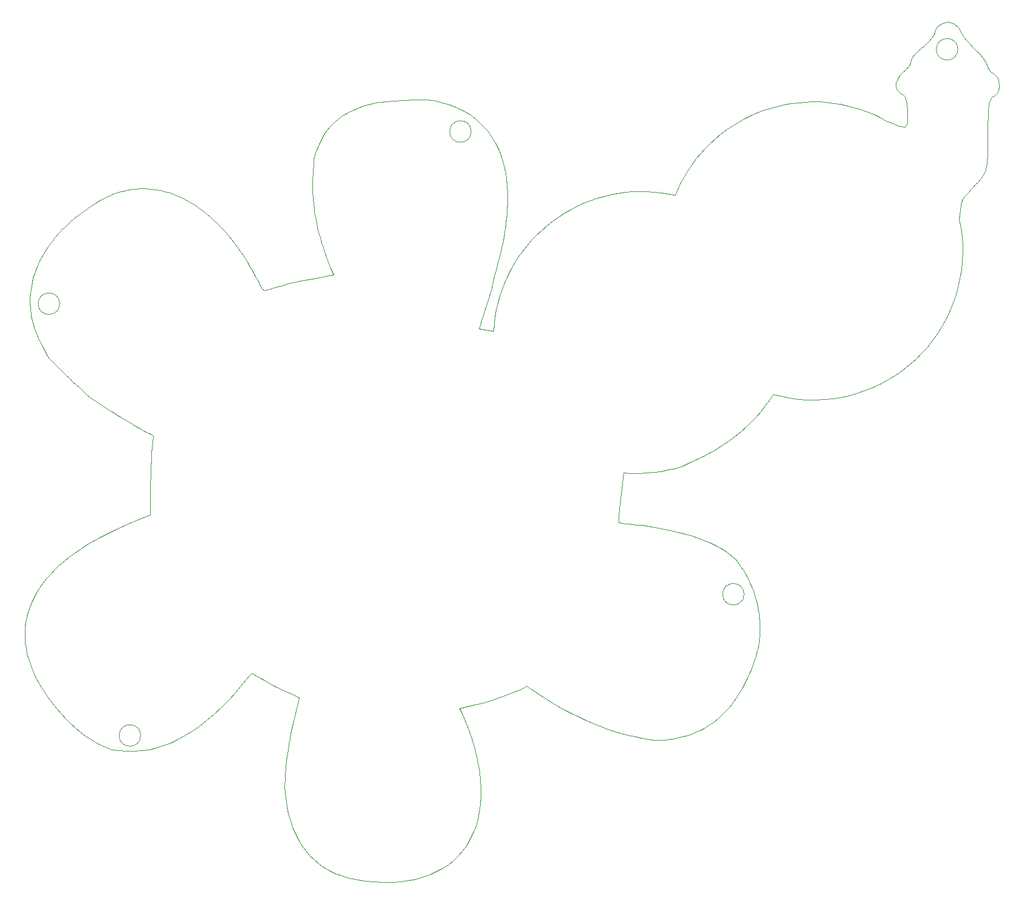
<source format=gbr>
%TF.GenerationSoftware,KiCad,Pcbnew,7.0.9*%
%TF.CreationDate,2024-02-12T09:09:14-06:00*%
%TF.ProjectId,bsidesPR,62736964-6573-4505-922e-6b696361645f,rev?*%
%TF.SameCoordinates,Original*%
%TF.FileFunction,Profile,NP*%
%FSLAX46Y46*%
G04 Gerber Fmt 4.6, Leading zero omitted, Abs format (unit mm)*
G04 Created by KiCad (PCBNEW 7.0.9) date 2024-02-12 09:09:14*
%MOMM*%
%LPD*%
G01*
G04 APERTURE LIST*
%TA.AperFunction,Profile*%
%ADD10C,0.100000*%
%TD*%
G04 APERTURE END LIST*
D10*
X141216172Y-49785901D02*
G75*
G03*
X141216172Y-49785901I-1500000J0D01*
G01*
X83888372Y-73787501D02*
G75*
G03*
X83888372Y-73787501I-1500000J0D01*
G01*
X209018000Y-38330000D02*
G75*
G03*
X209018000Y-38330000I-1500000J0D01*
G01*
X208021970Y-34570173D02*
X208479278Y-34746723D01*
X209081367Y-35277964D01*
X209315597Y-35698040D01*
X209524504Y-36092953D01*
X209855657Y-36584280D01*
X210277365Y-37129460D01*
X210593025Y-37501618D01*
X211094858Y-38041134D01*
X211607857Y-38533478D01*
X211939043Y-38868128D01*
X212244064Y-39205592D01*
X212516386Y-39537292D01*
X212894915Y-40078335D01*
X213162990Y-40747363D01*
X213284099Y-41138207D01*
X213588928Y-41476859D01*
X214022781Y-41700750D01*
X214549815Y-42287439D01*
X214699026Y-42706736D01*
X214765772Y-43357384D01*
X214645721Y-44061343D01*
X214458283Y-44458358D01*
X214174474Y-44778968D01*
X213747848Y-45009642D01*
X213457005Y-45473126D01*
X213347481Y-45931083D01*
X213249091Y-46768353D01*
X213221358Y-47194058D01*
X213199552Y-47676228D01*
X213172075Y-48821188D01*
X213163663Y-50226866D01*
X213160619Y-51933589D01*
X213151967Y-52633614D01*
X213134376Y-53246043D01*
X213104623Y-53781591D01*
X213059698Y-54251248D01*
X212911129Y-55036055D01*
X212736027Y-55527076D01*
X212496679Y-55967704D01*
X212185457Y-56392188D01*
X211795087Y-56834512D01*
X211487102Y-57156410D01*
X211138309Y-57511510D01*
X210792496Y-57863387D01*
X210492473Y-58175010D01*
X209921618Y-58839325D01*
X209685418Y-59206430D01*
X209515412Y-59588795D01*
X209400344Y-60020707D01*
X209316109Y-60740028D01*
X209234038Y-61311898D01*
X209193207Y-62003478D01*
X209410790Y-63177754D01*
X209560072Y-64357712D01*
X209641463Y-65540382D01*
X209655233Y-66723002D01*
X209601825Y-67902618D01*
X209481638Y-69076422D01*
X209294977Y-70241506D01*
X209042330Y-71394994D01*
X208723922Y-72534035D01*
X208340274Y-73655748D01*
X207891706Y-74757266D01*
X207378546Y-75835757D01*
X206804335Y-76882977D01*
X206173623Y-77891373D01*
X205488518Y-78858985D01*
X204751158Y-79783783D01*
X203963674Y-80663817D01*
X203128101Y-81497083D01*
X202246578Y-82281587D01*
X201321203Y-83015386D01*
X200354115Y-83696421D01*
X199347382Y-84322787D01*
X198303174Y-84892452D01*
X197223501Y-85403449D01*
X196116248Y-85851604D01*
X194989808Y-86233971D01*
X193847090Y-86550376D01*
X192690970Y-86800547D01*
X191524276Y-86984321D01*
X190349916Y-87101523D01*
X189170837Y-87151884D01*
X187989859Y-87135233D01*
X186809939Y-87051331D01*
X185633848Y-86900014D01*
X184464638Y-86681073D01*
X183305065Y-86394276D01*
X182767825Y-87135910D01*
X182190354Y-87937265D01*
X181573862Y-88744660D01*
X180919686Y-89556801D01*
X180228982Y-90250586D01*
X179503053Y-90909780D01*
X178743207Y-91601867D01*
X177950668Y-92283988D01*
X177126654Y-92850805D01*
X176272528Y-93415518D01*
X175389546Y-94008855D01*
X174478823Y-94507744D01*
X173545109Y-95007922D01*
X172593210Y-95457636D01*
X171624833Y-95927765D01*
X170641740Y-96408514D01*
X169645589Y-96697654D01*
X168638182Y-96886273D01*
X167621171Y-97148757D01*
X166596301Y-97278646D01*
X165565287Y-97359900D01*
X164529899Y-97392147D01*
X163491803Y-97375092D01*
X162452682Y-97308350D01*
X161944977Y-101665655D01*
X161866166Y-102258515D01*
X161801863Y-102759811D01*
X161757915Y-103175984D01*
X161771310Y-103870045D01*
X161790808Y-104306909D01*
X162259788Y-104378799D01*
X162710551Y-104410610D01*
X163117063Y-104463618D01*
X163609474Y-104516145D01*
X164192737Y-104575497D01*
X164871674Y-104649189D01*
X166394828Y-104846489D01*
X167691643Y-105117416D01*
X168934985Y-105387431D01*
X170078792Y-105653952D01*
X171092647Y-105913079D01*
X171967658Y-106161657D01*
X172716553Y-106399996D01*
X173366283Y-106631622D01*
X173946974Y-106861886D01*
X174482821Y-107095747D01*
X174989276Y-107336730D01*
X175473620Y-107586597D01*
X175938523Y-107846029D01*
X176384039Y-108115434D01*
X176808791Y-108394741D01*
X177210456Y-108684077D01*
X177586814Y-108983459D01*
X177936625Y-109293015D01*
X178226914Y-109671240D01*
X178515073Y-110057676D01*
X178798409Y-110459678D01*
X179075209Y-110881690D01*
X179342844Y-111326421D01*
X179599087Y-111790346D01*
X179841536Y-112271222D01*
X180066714Y-112756176D01*
X180273274Y-113242724D01*
X180457219Y-113712889D01*
X180619728Y-114167891D01*
X180758532Y-114595535D01*
X180876580Y-114996038D01*
X180975338Y-115374367D01*
X181057065Y-115720580D01*
X181126687Y-116059168D01*
X181184069Y-116369404D01*
X181235138Y-116684960D01*
X181278109Y-116984342D01*
X181317314Y-117295692D01*
X181350511Y-117605521D01*
X181379406Y-117929416D01*
X181402229Y-118262099D01*
X181418339Y-118608994D01*
X181426133Y-118968633D01*
X181424066Y-119341843D01*
X181410536Y-119728079D01*
X181383612Y-120127092D01*
X181341995Y-120538386D01*
X181284109Y-120962297D01*
X181209399Y-121398040D01*
X181116345Y-121846769D01*
X181006092Y-122307033D01*
X180877902Y-122780251D01*
X180734724Y-123263538D01*
X180577743Y-123757168D01*
X180411774Y-124256941D01*
X180240517Y-124760785D01*
X179991596Y-125309689D01*
X179738268Y-125843477D01*
X179480463Y-126361219D01*
X179216657Y-126863572D01*
X178945593Y-127351306D01*
X178666599Y-127824588D01*
X178379457Y-128283258D01*
X178084009Y-128727140D01*
X177779844Y-129156746D01*
X177465610Y-129573528D01*
X177138318Y-129980616D01*
X176792753Y-130382553D01*
X176421818Y-130783841D01*
X176017919Y-131186515D01*
X175577121Y-131587267D01*
X175102341Y-131976579D01*
X174604201Y-132341449D01*
X174097546Y-132670568D01*
X173595129Y-132958831D01*
X173103294Y-133208425D01*
X172621016Y-133426040D01*
X172142583Y-133618974D01*
X171659055Y-133792874D01*
X171157319Y-133951753D01*
X170617563Y-134099241D01*
X170015851Y-134239776D01*
X169336073Y-134377803D01*
X168586192Y-134516167D01*
X168190535Y-134561644D01*
X167392060Y-134604206D01*
X166550487Y-134554082D01*
X166060823Y-134494193D01*
X164978018Y-134303366D01*
X163961760Y-134107180D01*
X163018449Y-133899563D01*
X162129804Y-133673704D01*
X161270182Y-133423701D01*
X160419316Y-133145892D01*
X159565903Y-132838435D01*
X158705640Y-132501042D01*
X157837647Y-132134409D01*
X156962428Y-131740418D01*
X156081169Y-131322644D01*
X155195512Y-130887101D01*
X154307475Y-130441929D01*
X153404410Y-129925277D01*
X152496403Y-129379753D01*
X151584086Y-128805718D01*
X148905357Y-127081564D01*
X148390835Y-127357474D01*
X147830427Y-127630204D01*
X147112325Y-127935178D01*
X146274341Y-128259554D01*
X145354597Y-128590130D01*
X144390834Y-128913929D01*
X143421239Y-129217957D01*
X142483688Y-129489157D01*
X141616067Y-129714471D01*
X139618678Y-130196164D01*
X139983513Y-131022413D01*
X140570033Y-132426533D01*
X141079027Y-133802198D01*
X141511581Y-135147823D01*
X141868413Y-136461805D01*
X142150532Y-137742646D01*
X142358822Y-138988801D01*
X142494134Y-140198641D01*
X142557380Y-141370663D01*
X142549377Y-142503271D01*
X142471211Y-143594991D01*
X142323623Y-144644110D01*
X142107498Y-145649185D01*
X141823781Y-146608574D01*
X141473398Y-147520852D01*
X141057185Y-148384271D01*
X140576033Y-149197429D01*
X140031094Y-149957989D01*
X139423650Y-150663882D01*
X138754823Y-151313475D01*
X138025734Y-151905494D01*
X137237537Y-152438256D01*
X136391349Y-152910425D01*
X135488221Y-153320597D01*
X134529440Y-153667155D01*
X133515962Y-153948657D01*
X132449003Y-154163733D01*
X131329681Y-154310780D01*
X130159117Y-154388437D01*
X128938398Y-154395223D01*
X127668740Y-154329638D01*
X126351301Y-154190185D01*
X124987031Y-153975381D01*
X124045987Y-153768989D01*
X123147813Y-153501354D01*
X122293382Y-153173245D01*
X121483379Y-152785664D01*
X120718714Y-152339507D01*
X120000108Y-151835631D01*
X119328501Y-151274919D01*
X118704543Y-150658387D01*
X118129110Y-149986780D01*
X117603025Y-149261052D01*
X117127059Y-148482147D01*
X116702031Y-147650876D01*
X116328757Y-146768263D01*
X116008010Y-145835053D01*
X115740539Y-144852337D01*
X115527334Y-143819288D01*
X115192784Y-141315011D01*
X115383847Y-138188499D01*
X115457707Y-137505501D01*
X115553105Y-136761316D01*
X115666070Y-135979495D01*
X115792766Y-135183632D01*
X115929199Y-134397197D01*
X116071528Y-133643800D01*
X116215964Y-132946959D01*
X116358361Y-132330226D01*
X117164498Y-129045644D01*
X117262675Y-128641952D01*
X115750272Y-127987200D01*
X115378115Y-127822489D01*
X114962584Y-127627080D01*
X114517380Y-127409769D01*
X114056167Y-127177334D01*
X113592650Y-126937024D01*
X113140425Y-126695633D01*
X112713261Y-126460345D01*
X112324723Y-126238156D01*
X111971928Y-126032710D01*
X111067918Y-125516393D01*
X110592361Y-125302880D01*
X110299220Y-125631798D01*
X109882739Y-126123393D01*
X109387141Y-126724528D01*
X108399705Y-127891975D01*
X107403657Y-128985282D01*
X106400080Y-130003815D01*
X105390126Y-130946654D01*
X104374883Y-131813189D01*
X103355537Y-132602676D01*
X102333138Y-133314305D01*
X101308807Y-133947243D01*
X100283592Y-134500906D01*
X99258821Y-134974356D01*
X98235371Y-135366969D01*
X97214564Y-135677942D01*
X96197423Y-135906516D01*
X95184994Y-136051937D01*
X94178535Y-136113485D01*
X93179061Y-136090326D01*
X91123886Y-135945617D01*
X89388677Y-135147143D01*
X88741623Y-134817984D01*
X88080395Y-134420942D01*
X87409704Y-133961286D01*
X86734673Y-133444658D01*
X86060014Y-132876487D01*
X85390612Y-132262398D01*
X84731520Y-131607846D01*
X84087518Y-130918335D01*
X83463458Y-130199352D01*
X82864424Y-129456433D01*
X82295200Y-128694992D01*
X81760635Y-127920734D01*
X81265782Y-127138938D01*
X80815388Y-126355219D01*
X80414370Y-125575025D01*
X80067648Y-124804019D01*
X79773320Y-124040271D01*
X79527283Y-123281482D01*
X79329301Y-122527972D01*
X79179238Y-121779998D01*
X79077025Y-121037984D01*
X79022460Y-120302154D01*
X79015338Y-119572821D01*
X79055660Y-118850417D01*
X79143121Y-118135095D01*
X79277652Y-117427303D01*
X79459187Y-116727250D01*
X79687521Y-116035431D01*
X79962349Y-115351952D01*
X80283875Y-114677261D01*
X80651556Y-114011695D01*
X81065562Y-113355549D01*
X81525315Y-112709040D01*
X82030512Y-112072297D01*
X82580847Y-111445519D01*
X83176251Y-110828850D01*
X83816488Y-110222492D01*
X84501456Y-109626716D01*
X85230951Y-109041586D01*
X86004838Y-108467311D01*
X86822879Y-107904124D01*
X87685074Y-107352127D01*
X88590983Y-106811562D01*
X89540674Y-106282525D01*
X90533907Y-105765215D01*
X91570550Y-105260018D01*
X92650328Y-104766829D01*
X93773177Y-104285945D01*
X96493989Y-103157366D01*
X96508062Y-99590609D01*
X96514982Y-98808985D01*
X96529631Y-98005055D01*
X96578059Y-96420382D01*
X96610309Y-95684544D01*
X96646800Y-95016570D01*
X96686817Y-94438866D01*
X96731004Y-93973956D01*
X96925901Y-92192151D01*
X96617939Y-92032391D01*
X96284815Y-91859332D01*
X95900925Y-91659589D01*
X95574548Y-91485617D01*
X95305894Y-91337484D01*
X95038457Y-91188879D01*
X94723646Y-91008734D01*
X94361357Y-90796987D01*
X93991675Y-90580217D01*
X93594355Y-90343777D01*
X93169565Y-90087669D01*
X92741249Y-89828846D01*
X92524750Y-89697268D01*
X92303301Y-89561003D01*
X91855009Y-89283667D01*
X91379316Y-88988422D01*
X91074035Y-88797460D01*
X90633746Y-88519446D01*
X89618470Y-87876462D01*
X88580776Y-87205024D01*
X88071950Y-86840293D01*
X87583608Y-86417608D01*
X86627780Y-85514647D01*
X85675920Y-84599787D01*
X85199887Y-84140644D01*
X84723890Y-83678449D01*
X83772300Y-82751412D01*
X82847231Y-81835702D01*
X82452419Y-81408266D01*
X82193462Y-81042078D01*
X81811301Y-80371116D01*
X81466748Y-79731725D01*
X81234616Y-79292421D01*
X81114124Y-79052828D01*
X81005163Y-78833026D01*
X80903663Y-78615815D01*
X80628529Y-77970116D01*
X80466087Y-77537917D01*
X80321857Y-77104341D01*
X80220967Y-76778648D01*
X80134184Y-76452137D01*
X80051878Y-76125422D01*
X79983578Y-75798062D01*
X79919754Y-75470566D01*
X79869869Y-75142633D01*
X79812964Y-74705260D01*
X79773794Y-74267718D01*
X79752260Y-73830281D01*
X79743273Y-73502292D01*
X79753074Y-72956148D01*
X79796855Y-72301936D01*
X79876414Y-71649628D01*
X79950683Y-71216240D01*
X80037805Y-70783922D01*
X80169759Y-70245612D01*
X80263459Y-69924188D01*
X80361399Y-69603220D01*
X80472565Y-69283879D01*
X80587935Y-68965151D01*
X80716465Y-68648289D01*
X80896812Y-68227266D01*
X81093845Y-67808935D01*
X81417710Y-67186419D01*
X81775455Y-66570443D01*
X81902187Y-66366663D01*
X82034073Y-66163984D01*
X82234633Y-65860533D01*
X82447774Y-65560033D01*
X82591733Y-65360134D01*
X82740711Y-65161425D01*
X82894742Y-64964019D01*
X83049723Y-64766833D01*
X83209689Y-64571006D01*
X83374674Y-64376482D01*
X83624814Y-64085409D01*
X83887400Y-63797915D01*
X84064220Y-63606732D01*
X84245958Y-63417043D01*
X84432648Y-63228843D01*
X84620252Y-63040935D01*
X84812774Y-62854550D01*
X85010180Y-62669793D01*
X85208535Y-62485377D01*
X85411739Y-62302553D01*
X85619828Y-62121392D01*
X85934537Y-61850634D01*
X86261286Y-61584147D01*
X86480870Y-61407157D01*
X86705203Y-61231931D01*
X86934350Y-61058536D01*
X87164413Y-60885514D01*
X87399191Y-60714355D01*
X87638750Y-60545098D01*
X87879191Y-60376213D01*
X88124277Y-60209397D01*
X88373943Y-60044615D01*
X88748440Y-59800953D01*
X89118257Y-59577468D01*
X89487634Y-59360427D01*
X89859181Y-59163632D01*
X90107150Y-59035374D01*
X90355900Y-58915153D01*
X90605395Y-58803005D01*
X90855027Y-58692415D01*
X91105336Y-58589830D01*
X91356289Y-58495316D01*
X91607345Y-58402328D01*
X91858943Y-58317275D01*
X92111050Y-58240224D01*
X92489447Y-58128889D01*
X92868862Y-58037359D01*
X93248582Y-57952069D01*
X93629014Y-57886482D01*
X94009616Y-57827066D01*
X94390693Y-57787186D01*
X94644765Y-57763413D01*
X94898908Y-57747440D01*
X95153048Y-57739199D01*
X95407223Y-57732517D01*
X95661366Y-57733535D01*
X95915404Y-57742251D01*
X96169445Y-57752459D01*
X96423281Y-57770331D01*
X96676879Y-57795901D01*
X97057211Y-57838393D01*
X97436830Y-57899876D01*
X97689749Y-57943658D01*
X97942263Y-57995001D01*
X98194301Y-58053941D01*
X98446307Y-58114307D01*
X98697702Y-58182233D01*
X98948588Y-58257656D01*
X99199372Y-58334502D01*
X99449477Y-58418876D01*
X99698906Y-58510677D01*
X99948230Y-58603971D01*
X100196811Y-58704692D01*
X100444543Y-58812839D01*
X100692139Y-58922411D01*
X100938853Y-59039342D01*
X101184653Y-59163564D01*
X101430282Y-59289245D01*
X101674893Y-59422149D01*
X101918522Y-59562343D01*
X102161982Y-59703963D01*
X102404321Y-59852737D01*
X102645542Y-60008737D01*
X102886593Y-60166090D01*
X103126424Y-60330635D01*
X103365066Y-60502300D01*
X103603473Y-60675391D01*
X103840590Y-60855501D01*
X104076418Y-61042767D01*
X104429381Y-61327429D01*
X104778885Y-61629727D01*
X105127235Y-61937586D01*
X105471857Y-62262910D01*
X105701038Y-62482325D01*
X105928660Y-62708658D01*
X106154621Y-62941892D01*
X106380309Y-63176517D01*
X106604303Y-63417974D01*
X106826600Y-63666335D01*
X107048591Y-63916015D01*
X107268718Y-64172549D01*
X107487082Y-64435897D01*
X107813593Y-64834609D01*
X108135391Y-65250241D01*
X108349243Y-65529768D01*
X108561028Y-65816024D01*
X108770845Y-66109030D01*
X108980257Y-66403305D01*
X109187598Y-66704265D01*
X109392804Y-67011918D01*
X109699476Y-67476949D01*
X110000655Y-67958522D01*
X110200602Y-68281933D01*
X110398282Y-68611900D01*
X110593651Y-68948452D01*
X110788511Y-69286186D01*
X110980528Y-69629400D01*
X111169520Y-69977953D01*
X111437295Y-70474350D01*
X111609573Y-70800084D01*
X111762925Y-71092104D01*
X112080892Y-71683830D01*
X112380442Y-71948329D01*
X113367164Y-71677265D01*
X114133351Y-71438574D01*
X114581780Y-71300887D01*
X115092536Y-71156875D01*
X115648266Y-71010681D01*
X116231665Y-70866450D01*
X116825306Y-70728527D01*
X117411894Y-70600998D01*
X117974096Y-70488121D01*
X118494486Y-70394113D01*
X119469644Y-70226177D01*
X120372705Y-70063973D01*
X121098674Y-69926999D01*
X121542792Y-69834522D01*
X122019875Y-69720692D01*
X121649312Y-68854765D01*
X121474051Y-68437592D01*
X121321716Y-68058650D01*
X121208583Y-67769598D01*
X121057874Y-67360491D01*
X120964343Y-67095411D01*
X120866984Y-66809343D01*
X120700878Y-66306994D01*
X120574178Y-65911878D01*
X120391491Y-65339416D01*
X120284057Y-64988842D01*
X120158987Y-64570107D01*
X120031002Y-64116017D01*
X119891380Y-63536110D01*
X119680783Y-62621163D01*
X119468355Y-61659333D01*
X119374824Y-61136636D01*
X119307949Y-60535433D01*
X119201937Y-59259266D01*
X119108711Y-57968924D01*
X119082227Y-57322888D01*
X119096098Y-56680921D01*
X119164090Y-55407568D01*
X119243582Y-54168772D01*
X119293874Y-53636378D01*
X119364446Y-53281956D01*
X119524887Y-52753529D01*
X119685533Y-52272206D01*
X119809722Y-51931690D01*
X119979488Y-51543085D01*
X120152783Y-51186662D01*
X120332483Y-50841738D01*
X120619384Y-50349427D01*
X120821878Y-50036516D01*
X121143811Y-49588461D01*
X121488194Y-49165605D01*
X121731924Y-48898100D01*
X121984439Y-48639177D01*
X122316001Y-48330844D01*
X122525717Y-48154905D01*
X122738586Y-47981577D01*
X122961632Y-47816355D01*
X123188031Y-47653541D01*
X123584505Y-47396314D01*
X123917120Y-47200434D01*
X124172178Y-47057289D01*
X124438731Y-46921095D01*
X124802409Y-46744071D01*
X125180738Y-46575661D01*
X125575281Y-46415051D01*
X125983723Y-46259798D01*
X126438219Y-46107259D01*
X126899841Y-45996534D01*
X127584265Y-45853729D01*
X128311147Y-45710413D01*
X128732310Y-45645403D01*
X129265317Y-45594398D01*
X130439065Y-45507005D01*
X131634046Y-45425750D01*
X132234300Y-45394314D01*
X132834217Y-45381460D01*
X134027568Y-45374746D01*
X135192231Y-45378171D01*
X135701362Y-45397467D01*
X136060260Y-45451490D01*
X136625211Y-45593618D01*
X137149365Y-45739306D01*
X137542851Y-45854338D01*
X137806184Y-45937425D01*
X138180548Y-46059239D01*
X138538902Y-46192414D01*
X138775715Y-46282825D01*
X139008319Y-46378560D01*
X139235366Y-46478975D01*
X139461529Y-46580341D01*
X139683454Y-46686929D01*
X139899884Y-46798161D01*
X140222157Y-46967759D01*
X140532217Y-47149565D01*
X140838384Y-47335169D01*
X141326150Y-47666360D01*
X141882825Y-48091862D01*
X142234670Y-48394396D01*
X142491963Y-48627241D01*
X142898070Y-49036398D01*
X143206027Y-49380034D01*
X143430360Y-49643569D01*
X143642115Y-49918600D01*
X143849893Y-50197228D01*
X144173083Y-50682076D01*
X144414402Y-51085807D01*
X144588783Y-51394242D01*
X144750346Y-51713801D01*
X144907871Y-52036819D01*
X145052540Y-52370960D01*
X145147052Y-52595056D01*
X145236685Y-52824135D01*
X145320856Y-53056981D01*
X145444503Y-53408858D01*
X145555261Y-53771520D01*
X145627223Y-54014571D01*
X145694234Y-54262610D01*
X145755886Y-54514173D01*
X145845719Y-54894096D01*
X145922736Y-55284534D01*
X145972219Y-55546068D01*
X146016679Y-55812554D01*
X146055844Y-56082396D01*
X146094032Y-56353053D01*
X146127165Y-56628660D01*
X146155075Y-56907593D01*
X146182000Y-57187338D01*
X146203805Y-57471966D01*
X146220388Y-57759853D01*
X146236025Y-58048516D01*
X146246535Y-58342098D01*
X146251830Y-58638901D01*
X146256204Y-58936450D01*
X146255355Y-59238953D01*
X146249347Y-59544573D01*
X146237515Y-60005548D01*
X146212793Y-60476595D01*
X146194512Y-60791710D01*
X146170944Y-61111710D01*
X146142290Y-61434762D01*
X146096299Y-61922834D01*
X146034311Y-62440849D01*
X145981135Y-62853228D01*
X145927727Y-63229098D01*
X145821374Y-63939483D01*
X145631397Y-64987282D01*
X145407197Y-66060143D01*
X145148718Y-67157864D01*
X144855945Y-68280218D01*
X144703306Y-68847780D01*
X144560128Y-69397117D01*
X144429086Y-69916165D01*
X144313345Y-70392503D01*
X144138997Y-71172393D01*
X144049844Y-71661396D01*
X142317078Y-77305835D01*
X144312833Y-77625088D01*
X144391483Y-76622632D01*
X144518479Y-75628159D01*
X144693236Y-74643368D01*
X144915161Y-73669892D01*
X145183678Y-72709397D01*
X145498152Y-71763542D01*
X145858032Y-70834014D01*
X146262677Y-69922441D01*
X146711510Y-69030520D01*
X147203921Y-68159879D01*
X147739304Y-67312249D01*
X148317103Y-66489189D01*
X148934388Y-65695361D01*
X149587610Y-64934769D01*
X150275463Y-64208478D01*
X150996481Y-63517627D01*
X151749206Y-62863232D01*
X152532284Y-62246327D01*
X153344289Y-61668081D01*
X154183795Y-61129412D01*
X155049377Y-60631439D01*
X155939657Y-60175246D01*
X156853192Y-59761886D01*
X157788572Y-59392373D01*
X158740872Y-59068948D01*
X159704907Y-58793102D01*
X160678948Y-58564972D01*
X161661128Y-58384590D01*
X162649813Y-58252162D01*
X163643216Y-58167754D01*
X164639503Y-58131432D01*
X165636944Y-58143405D01*
X166633776Y-58203700D01*
X167628229Y-58312390D01*
X168618580Y-58469677D01*
X169602995Y-58675594D01*
X169990753Y-57768500D01*
X170419951Y-56883346D01*
X170889507Y-56021421D01*
X171398502Y-55184015D01*
X171945820Y-54372419D01*
X172530509Y-53588019D01*
X173151479Y-52831969D01*
X173807825Y-52105696D01*
X174498426Y-51410385D01*
X175222360Y-50747426D01*
X175978545Y-50118075D01*
X176765957Y-49523621D01*
X177580782Y-48967282D01*
X178418662Y-48451675D01*
X179278140Y-47977373D01*
X180157629Y-47544952D01*
X181055535Y-47154889D01*
X181970399Y-46807827D01*
X182900589Y-46504207D01*
X183844549Y-46244674D01*
X184800750Y-46029701D01*
X185767669Y-45859866D01*
X186743745Y-45735746D01*
X187727311Y-45657849D01*
X188713528Y-45626751D01*
X189697295Y-45642486D01*
X190677031Y-45704614D01*
X191651104Y-45812796D01*
X192617991Y-45966624D01*
X193576027Y-46165793D01*
X194523544Y-46409828D01*
X195459061Y-46698458D01*
X196380903Y-47031278D01*
X197287428Y-47407843D01*
X198177123Y-47827886D01*
X199048376Y-48290997D01*
X200159756Y-48772116D01*
X200596348Y-48948563D01*
X201041592Y-49099984D01*
X201668498Y-49173744D01*
X201938512Y-48627139D01*
X201974184Y-47970217D01*
X201977853Y-47310209D01*
X201966558Y-46670888D01*
X201906869Y-45886623D01*
X201838368Y-45475602D01*
X201668498Y-44962945D01*
X201407472Y-44656239D01*
X200961659Y-44435602D01*
X200577122Y-44029770D01*
X200398303Y-43508091D01*
X200406779Y-43046167D01*
X200593095Y-42451746D01*
X200874333Y-41984091D01*
X201384481Y-41439012D01*
X201713262Y-41161336D01*
X202198008Y-40615341D01*
X202405081Y-40272790D01*
X202521198Y-39856885D01*
X202686014Y-39399675D01*
X202997636Y-38974851D01*
X203487469Y-38462499D01*
X204230228Y-37864924D01*
X204935064Y-37215463D01*
X205350027Y-36720168D01*
X205579778Y-36378532D01*
X205759181Y-36021533D01*
X205901038Y-35615972D01*
X206137406Y-35223942D01*
X206679942Y-34757982D01*
X207199214Y-34560779D01*
X207610372Y-34519101D01*
X208021970Y-34570173D01*
X95165972Y-133960101D02*
G75*
G03*
X95165972Y-133960101I-1500000J0D01*
G01*
X179239972Y-114275101D02*
G75*
G03*
X179239972Y-114275101I-1500000J0D01*
G01*
M02*

</source>
